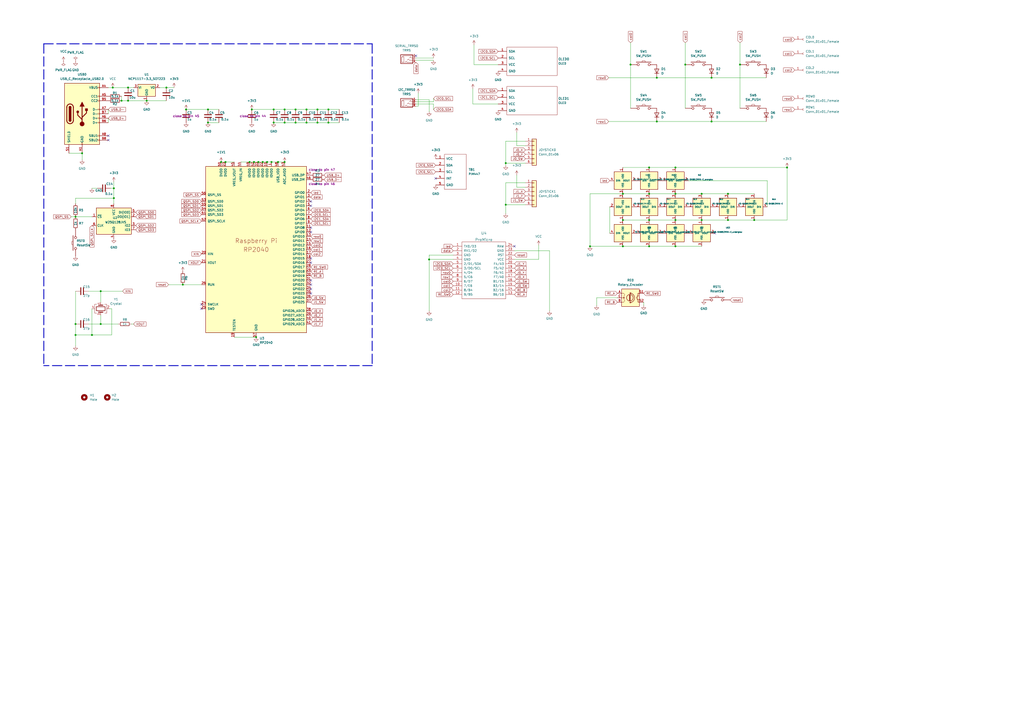
<source format=kicad_sch>
(kicad_sch (version 20211123) (generator eeschema)
  (paper "A2")
  (junction (at 165.1 71.12))
  (junction (at 148.59 195.58))
  (junction (at 376.555 112.395))
  (junction (at 66.04 114.935))
  (junction (at 381 70.485))
  (junction (at 391.795 142.875))
  (junction (at 120.65 71.12))
  (junction (at 391.795 97.155))
  (junction (at 147.32 93.98))
  (junction (at 96.52 50.8))
  (junction (at 106.045 165.1))
  (junction (at 85.09 58.42))
  (junction (at 158.75 71.12))
  (junction (at 158.75 63.5))
  (junction (at 149.86 93.98))
  (junction (at 157.48 93.98))
  (junction (at 144.78 93.98))
  (junction (at 397.51 37.465))
  (junction (at 342.265 142.875))
  (junction (at 407.035 127.635))
  (junction (at 130.81 93.98))
  (junction (at 53.34 194.31))
  (junction (at 190.5 63.5))
  (junction (at 376.555 142.875))
  (junction (at 248.92 150.495))
  (junction (at 58.42 187.96))
  (junction (at 120.65 63.5))
  (junction (at 422.275 112.395))
  (junction (at 128.27 93.98))
  (junction (at 361.315 112.395))
  (junction (at 165.1 93.98))
  (junction (at 376.555 127.635))
  (junction (at 177.8 63.5))
  (junction (at 184.15 71.12))
  (junction (at 361.315 142.875))
  (junction (at 74.295 58.42))
  (junction (at 184.15 63.5))
  (junction (at 190.5 71.12))
  (junction (at 293.37 118.745))
  (junction (at 154.94 93.98))
  (junction (at 293.37 94.615))
  (junction (at 381 45.085))
  (junction (at 361.315 127.635))
  (junction (at 70.485 58.42))
  (junction (at 376.555 97.155))
  (junction (at 74.295 50.8))
  (junction (at 456.565 97.155))
  (junction (at 412.75 45.085))
  (junction (at 165.1 63.5))
  (junction (at 171.45 71.12))
  (junction (at 177.8 71.12))
  (junction (at 391.795 127.635))
  (junction (at 365.76 37.465))
  (junction (at 65.405 50.8))
  (junction (at 43.815 125.73))
  (junction (at 47.625 88.9))
  (junction (at 437.515 127.635))
  (junction (at 146.05 63.5))
  (junction (at 43.815 187.96))
  (junction (at 152.4 93.98))
  (junction (at 66.04 109.22))
  (junction (at 58.42 168.91))
  (junction (at 391.795 112.395))
  (junction (at 107.95 63.5))
  (junction (at 407.035 112.395))
  (junction (at 171.45 63.5))
  (junction (at 43.815 194.31))
  (junction (at 429.26 37.465))
  (junction (at 161.29 93.98))
  (junction (at 422.275 127.635))
  (junction (at 412.75 70.485))
  (no_connect (at 116.84 176.53))
  (no_connect (at 116.84 179.07))
  (no_connect (at 252.73 103.505))
  (no_connect (at 180.34 162.56))
  (no_connect (at 180.34 170.18))
  (no_connect (at 180.34 167.64))
  (no_connect (at 180.34 165.1))
  (no_connect (at 62.865 78.74))
  (no_connect (at 62.865 81.28))
  (no_connect (at 298.45 142.875))
  (no_connect (at 180.34 134.62))
  (no_connect (at 180.34 132.08))
  (no_connect (at 180.34 116.84))
  (no_connect (at 180.34 119.38))
  (no_connect (at 414.655 135.255))
  (no_connect (at 180.34 149.86))
  (no_connect (at 180.34 152.4))
  (no_connect (at 241.3 32.385))
  (wire (pts (xy 139.7 93.98) (xy 144.78 93.98)))
  (wire (pts (xy 407.035 127.635) (xy 422.275 127.635)))
  (wire (pts (xy 149.86 93.98) (xy 152.4 93.98)))
  (wire (pts (xy 58.42 168.91) (xy 71.12 168.91)))
  (wire (pts (xy 293.37 94.615) (xy 304.8 94.615)))
  (wire (pts (xy 456.565 127.635) (xy 456.565 97.155)))
  (wire (pts (xy 53.34 179.07) (xy 53.34 194.31)))
  (wire (pts (xy 412.75 45.085) (xy 444.5 45.085)))
  (polyline (pts (xy 25.4 25.4) (xy 25.4 212.09)) (stroke (width 0.5)))
  (wire (pts (xy 445.135 104.775) (xy 445.135 120.015)))
  (wire (pts (xy 70.485 55.88) (xy 70.485 58.42)))
  (polyline (pts (xy 25.4 25.4) (xy 215.9 25.4)) (stroke (width 0.5)))
  (polyline (pts (xy 215.9 25.4) (xy 215.9 212.09)) (stroke (width 0.5)))
  (wire (pts (xy 381 70.485) (xy 412.75 70.485)))
  (wire (pts (xy 288.925 37.465) (xy 274.955 37.465)))
  (wire (pts (xy 429.26 24.765) (xy 429.26 37.465)))
  (wire (pts (xy 251.46 59.055) (xy 251.46 57.15)))
  (wire (pts (xy 40.005 88.9) (xy 47.625 88.9)))
  (wire (pts (xy 299.72 84.455) (xy 299.72 76.835)))
  (wire (pts (xy 274.955 37.465) (xy 274.955 26.035)))
  (wire (pts (xy 64.77 179.07) (xy 64.77 194.31)))
  (wire (pts (xy 53.34 109.22) (xy 56.515 109.22)))
  (wire (pts (xy 437.515 112.395) (xy 422.275 112.395)))
  (wire (pts (xy 391.795 127.635) (xy 407.035 127.635)))
  (wire (pts (xy 365.76 37.465) (xy 365.76 62.865)))
  (wire (pts (xy 304.8 108.585) (xy 299.72 108.585)))
  (wire (pts (xy 346.075 172.72) (xy 346.075 177.165)))
  (wire (pts (xy 161.29 93.98) (xy 165.1 93.98)))
  (wire (pts (xy 120.65 63.5) (xy 127 63.5)))
  (wire (pts (xy 293.37 118.745) (xy 304.8 118.745)))
  (wire (pts (xy 298.45 150.495) (xy 312.42 150.495)))
  (wire (pts (xy 412.75 70.485) (xy 444.5 70.485)))
  (wire (pts (xy 107.95 63.5) (xy 120.65 63.5)))
  (wire (pts (xy 97.79 165.1) (xy 106.045 165.1)))
  (wire (pts (xy 64.135 109.22) (xy 66.04 109.22)))
  (wire (pts (xy 353.06 70.485) (xy 381 70.485)))
  (wire (pts (xy 288.925 60.325) (xy 274.32 60.325)))
  (wire (pts (xy 437.515 127.635) (xy 456.565 127.635)))
  (wire (pts (xy 43.815 125.73) (xy 41.275 125.73)))
  (wire (pts (xy 146.05 63.5) (xy 158.75 63.5)))
  (wire (pts (xy 154.94 93.98) (xy 157.48 93.98)))
  (wire (pts (xy 248.92 150.495) (xy 248.92 180.34)))
  (wire (pts (xy 165.1 63.5) (xy 171.45 63.5)))
  (wire (pts (xy 92.71 50.8) (xy 96.52 50.8)))
  (wire (pts (xy 376.555 127.635) (xy 391.795 127.635)))
  (wire (pts (xy 248.92 147.955) (xy 248.92 150.495)))
  (wire (pts (xy 373.38 177.165) (xy 373.38 175.26)))
  (wire (pts (xy 397.51 37.465) (xy 397.51 62.865)))
  (wire (pts (xy 66.04 105.41) (xy 66.04 109.22)))
  (wire (pts (xy 43.815 168.91) (xy 43.815 187.96)))
  (wire (pts (xy 391.795 112.395) (xy 376.555 112.395)))
  (wire (pts (xy 248.92 57.785) (xy 248.92 64.77)))
  (wire (pts (xy 190.5 63.5) (xy 196.85 63.5)))
  (wire (pts (xy 358.14 172.72) (xy 346.075 172.72)))
  (wire (pts (xy 58.42 175.26) (xy 58.42 168.91)))
  (wire (pts (xy 318.77 145.415) (xy 318.77 180.34)))
  (wire (pts (xy 304.8 81.915) (xy 293.37 81.915)))
  (wire (pts (xy 376.555 112.395) (xy 361.315 112.395)))
  (wire (pts (xy 241.3 33.655) (xy 251.46 33.655)))
  (wire (pts (xy 62.865 68.58) (xy 62.865 71.12)))
  (wire (pts (xy 241.3 59.055) (xy 251.46 59.055)))
  (wire (pts (xy 96.52 50.8) (xy 100.965 50.8)))
  (wire (pts (xy 251.46 60.325) (xy 251.46 63.5)))
  (wire (pts (xy 74.295 50.8) (xy 77.47 50.8)))
  (wire (pts (xy 43.815 114.935) (xy 66.04 114.935)))
  (wire (pts (xy 241.3 57.785) (xy 248.92 57.785)))
  (wire (pts (xy 165.1 71.12) (xy 171.45 71.12)))
  (wire (pts (xy 51.435 187.96) (xy 58.42 187.96)))
  (wire (pts (xy 361.315 142.875) (xy 376.555 142.875)))
  (wire (pts (xy 376.555 97.155) (xy 391.795 97.155)))
  (wire (pts (xy 130.81 93.98) (xy 135.89 93.98)))
  (wire (pts (xy 128.27 93.98) (xy 130.81 93.98)))
  (wire (pts (xy 342.265 112.395) (xy 342.265 142.875)))
  (wire (pts (xy 262.89 147.955) (xy 248.92 147.955)))
  (wire (pts (xy 342.265 142.875) (xy 361.315 142.875)))
  (wire (pts (xy 157.48 93.98) (xy 161.29 93.98)))
  (wire (pts (xy 312.42 142.24) (xy 312.42 150.495)))
  (wire (pts (xy 43.815 187.96) (xy 43.815 194.31)))
  (wire (pts (xy 47.625 92.71) (xy 47.625 88.9)))
  (wire (pts (xy 53.34 194.31) (xy 64.77 194.31)))
  (wire (pts (xy 304.8 106.045) (xy 293.37 106.045)))
  (wire (pts (xy 241.3 61.595) (xy 242.57 61.595)))
  (wire (pts (xy 391.795 142.875) (xy 407.035 142.875)))
  (wire (pts (xy 304.8 84.455) (xy 299.72 84.455)))
  (wire (pts (xy 242.57 61.595) (xy 242.57 53.975)))
  (wire (pts (xy 365.76 24.765) (xy 365.76 37.465)))
  (wire (pts (xy 58.42 187.96) (xy 58.42 182.88)))
  (wire (pts (xy 158.75 71.12) (xy 165.1 71.12)))
  (wire (pts (xy 74.295 50.8) (xy 65.405 50.8)))
  (wire (pts (xy 293.37 118.745) (xy 293.37 123.825)))
  (wire (pts (xy 177.8 63.5) (xy 184.15 63.5)))
  (wire (pts (xy 76.2 187.96) (xy 77.47 187.96)))
  (wire (pts (xy 299.72 108.585) (xy 299.72 101.6)))
  (wire (pts (xy 74.295 58.42) (xy 85.09 58.42)))
  (wire (pts (xy 353.695 120.015) (xy 353.695 135.255)))
  (wire (pts (xy 422.275 127.635) (xy 437.515 127.635)))
  (wire (pts (xy 177.8 71.12) (xy 184.15 71.12)))
  (wire (pts (xy 361.315 127.635) (xy 376.555 127.635)))
  (wire (pts (xy 43.815 125.73) (xy 53.34 125.73)))
  (wire (pts (xy 70.485 58.42) (xy 74.295 58.42)))
  (wire (pts (xy 171.45 71.12) (xy 177.8 71.12)))
  (wire (pts (xy 66.04 109.22) (xy 66.04 114.935)))
  (wire (pts (xy 65.405 50.8) (xy 62.865 50.8)))
  (wire (pts (xy 399.415 104.775) (xy 445.135 104.775)))
  (polyline (pts (xy 215.9 212.09) (xy 25.4 212.09)) (stroke (width 0.5)))
  (wire (pts (xy 298.45 145.415) (xy 318.77 145.415)))
  (wire (pts (xy 248.92 150.495) (xy 262.89 150.495)))
  (wire (pts (xy 171.45 63.5) (xy 177.8 63.5)))
  (wire (pts (xy 422.275 112.395) (xy 407.035 112.395)))
  (wire (pts (xy 144.78 93.98) (xy 147.32 93.98)))
  (wire (pts (xy 58.42 187.96) (xy 68.58 187.96)))
  (wire (pts (xy 135.89 195.58) (xy 148.59 195.58)))
  (wire (pts (xy 66.04 114.935) (xy 66.04 118.11)))
  (wire (pts (xy 376.555 142.875) (xy 391.795 142.875)))
  (wire (pts (xy 106.045 165.1) (xy 116.84 165.1)))
  (wire (pts (xy 361.315 112.395) (xy 342.265 112.395)))
  (wire (pts (xy 190.5 71.12) (xy 196.85 71.12)))
  (wire (pts (xy 158.75 63.5) (xy 165.1 63.5)))
  (wire (pts (xy 241.3 60.325) (xy 251.46 60.325)))
  (wire (pts (xy 43.815 114.935) (xy 43.815 118.11)))
  (wire (pts (xy 63.5 179.07) (xy 64.77 179.07)))
  (wire (pts (xy 407.035 112.395) (xy 391.795 112.395)))
  (wire (pts (xy 293.37 81.915) (xy 293.37 94.615)))
  (wire (pts (xy 361.315 97.155) (xy 376.555 97.155)))
  (wire (pts (xy 152.4 93.98) (xy 154.94 93.98)))
  (wire (pts (xy 120.65 71.12) (xy 127 71.12)))
  (wire (pts (xy 85.09 58.42) (xy 96.52 58.42)))
  (wire (pts (xy 391.795 97.155) (xy 456.565 97.155)))
  (wire (pts (xy 43.815 194.31) (xy 53.34 194.31)))
  (wire (pts (xy 381 45.085) (xy 412.75 45.085)))
  (wire (pts (xy 353.06 45.085) (xy 381 45.085)))
  (wire (pts (xy 184.15 71.12) (xy 190.5 71.12)))
  (wire (pts (xy 397.51 24.765) (xy 397.51 37.465)))
  (wire (pts (xy 62.865 63.5) (xy 62.865 66.04)))
  (wire (pts (xy 293.37 106.045) (xy 293.37 118.745)))
  (wire (pts (xy 184.15 63.5) (xy 190.5 63.5)))
  (wire (pts (xy 429.26 37.465) (xy 429.26 62.865)))
  (wire (pts (xy 43.815 194.31) (xy 43.815 200.66)))
  (wire (pts (xy 274.32 60.325) (xy 274.32 51.435)))
  (wire (pts (xy 51.435 168.91) (xy 58.42 168.91)))
  (wire (pts (xy 241.3 34.925) (xy 251.46 34.925)))
  (wire (pts (xy 147.32 93.98) (xy 149.86 93.98)))
  (wire (pts (xy 293.37 94.615) (xy 293.37 95.885)))
  (global_label "I2C0_SDA" (shape input) (at 252.73 95.885 180) (property "シート間のリファレンス" "${INTERSHEET_REFS}" (effects hide)))
  (global_label "I2C0_SCL" (shape input) (at 262.89 155.575 180) (property "シート間のリファレンス" "${INTERSHEET_REFS}" (effects hide)))
  (global_label "J0_Y" (shape input) (at 180.34 182.88 0) (property "シート間のリファレンス" "${INTERSHEET_REFS}" (effects hide)))
  (global_label "QSPI_SCLK" (shape input) (at 53.34 130.81 270) (property "シート間のリファレンス" "${INTERSHEET_REFS}" (effects hide)))
  (global_label "I2C0_SDA" (shape input) (at 288.925 29.845 180) (property "シート間のリファレンス" "${INTERSHEET_REFS}" (effects hide)))
  (global_label "led" (shape input) (at 262.89 142.875 180) (property "シート間のリファレンス" "${INTERSHEET_REFS}" (effects hide)))
  (global_label "col0" (shape input) (at 461.01 22.86 180) (property "シート間のリファレンス" "${INTERSHEET_REFS}" (effects hide)))
  (global_label "QSPI_SD2" (shape input) (at 116.84 121.92 180) (property "シート間のリファレンス" "${INTERSHEET_REFS}" (effects hide)))
  (global_label "col0" (shape input) (at 262.89 163.195 180) (property "シート間のリファレンス" "${INTERSHEET_REFS}" (effects hide)))
  (global_label "QSPI_SD1" (shape input) (at 116.84 119.38 180) (property "シート間のリファレンス" "${INTERSHEET_REFS}" (effects hide)))
  (global_label "reset" (shape input) (at 97.79 165.1 180) (property "シート間のリファレンス" "${INTERSHEET_REFS}" (effects hide)))
  (global_label "RE_A" (shape input) (at 298.45 170.815 0) (property "シート間のリファレンス" "${INTERSHEET_REFS}" (effects hide)))
  (global_label "col1" (shape input) (at 397.51 24.765 90) (property "シート間のリファレンス" "${INTERSHEET_REFS}" (effects hide)))
  (global_label "I2C1_SCL" (shape input) (at 288.925 56.515 180) (property "シート間のリファレンス" "${INTERSHEET_REFS}" (effects hide)))
  (global_label "I2C1_SDA" (shape input) (at 180.34 127 0) (property "シート間のリファレンス" "${INTERSHEET_REFS}" (effects hide)))
  (global_label "col2" (shape input) (at 262.89 168.275 180) (property "シート間のリファレンス" "${INTERSHEET_REFS}" (effects hide)))
  (global_label "col0" (shape input) (at 180.34 142.24 0) (property "シート間のリファレンス" "${INTERSHEET_REFS}" (effects hide)))
  (global_label "XIN" (shape input) (at 116.84 147.32 180) (property "シート間のリファレンス" "${INTERSHEET_REFS}" (effects hide)))
  (global_label "I2C0_SDA" (shape input) (at 262.89 153.035 180) (property "シート間のリファレンス" "${INTERSHEET_REFS}" (effects hide)))
  (global_label "I2C0_SDA" (shape input) (at 251.46 63.5 0) (property "シート間のリファレンス" "${INTERSHEET_REFS}" (effects hide)))
  (global_label "data" (shape input) (at 180.34 114.3 0) (property "シート間のリファレンス" "${INTERSHEET_REFS}" (effects hide)))
  (global_label "row0" (shape input) (at 180.34 137.16 0) (property "シート間のリファレンス" "${INTERSHEET_REFS}" (effects hide)))
  (global_label "QSPI_SD0" (shape input) (at 116.84 116.84 180) (property "シート間のリファレンス" "${INTERSHEET_REFS}" (effects hide)))
  (global_label "USB_D-" (shape input) (at 187.96 104.14 0) (property "シート間のリファレンス" "${INTERSHEET_REFS}" (effects hide)))
  (global_label "J1_SW" (shape input) (at 180.34 175.26 0) (property "シート間のリファレンス" "${INTERSHEET_REFS}" (effects hide)))
  (global_label "I2C0_SCL" (shape input) (at 180.34 124.46 0) (property "シート間のリファレンス" "${INTERSHEET_REFS}" (effects hide)))
  (global_label "reset" (shape input) (at 298.45 147.955 0) (property "シート間のリファレンス" "${INTERSHEET_REFS}" (effects hide)))
  (global_label "USB_D+" (shape input) (at 62.865 68.58 0) (property "シート間のリファレンス" "${INTERSHEET_REFS}" (effects hide)))
  (global_label "QSPI_SD1" (shape input) (at 78.74 125.73 0) (property "シート間のリファレンス" "${INTERSHEET_REFS}" (effects hide)))
  (global_label "J0_SW" (shape input) (at 304.8 92.075 180) (property "シート間のリファレンス" "${INTERSHEET_REFS}" (effects hide)))
  (global_label "row0" (shape input) (at 461.01 57.15 180) (property "シート間のリファレンス" "${INTERSHEET_REFS}" (effects hide)))
  (global_label "RE_SW0" (shape input) (at 180.34 154.94 0) (property "シート間のリファレンス" "${INTERSHEET_REFS}" (effects hide)))
  (global_label "RE_SW0" (shape input) (at 373.38 170.18 0) (property "シート間のリファレンス" "${INTERSHEET_REFS}" (effects hide)))
  (global_label "I2C1_SCL" (shape input) (at 180.34 129.54 0) (property "シート間のリファレンス" "${INTERSHEET_REFS}" (effects hide)))
  (global_label "J1_Y" (shape input) (at 298.45 153.035 0) (property "シート間のリファレンス" "${INTERSHEET_REFS}" (effects hide)))
  (global_label "J0_Y" (shape input) (at 304.8 89.535 180) (property "シート間のリファレンス" "${INTERSHEET_REFS}" (effects hide)))
  (global_label "col1" (shape input) (at 180.34 144.78 0) (property "シート間のリファレンス" "${INTERSHEET_REFS}" (effects hide)))
  (global_label "I2C0_SDA" (shape input) (at 180.34 121.92 0) (property "シート間のリファレンス" "${INTERSHEET_REFS}" (effects hide)))
  (global_label "col2" (shape input) (at 461.01 40.64 180) (property "シート間のリファレンス" "${INTERSHEET_REFS}" (effects hide)))
  (global_label "QSPI_SD3" (shape input) (at 116.84 124.46 180) (property "シート間のリファレンス" "${INTERSHEET_REFS}" (effects hide)))
  (global_label "J0_X" (shape input) (at 304.8 86.995 180) (property "シート間のリファレンス" "${INTERSHEET_REFS}" (effects hide)))
  (global_label "row1" (shape input) (at 262.89 160.655 180) (property "シート間のリファレンス" "${INTERSHEET_REFS}" (effects hide)))
  (global_label "J1_SW" (shape input) (at 298.45 163.195 0) (property "シート間のリファレンス" "${INTERSHEET_REFS}" (effects hide)))
  (global_label "RE_A" (shape input) (at 358.14 170.18 180) (property "シート間のリファレンス" "${INTERSHEET_REFS}" (effects hide)))
  (global_label "XOUT" (shape input) (at 77.47 187.96 0) (property "シート間のリファレンス" "${INTERSHEET_REFS}" (effects hide)))
  (global_label "col0" (shape input) (at 365.76 24.765 90) (property "シート間のリファレンス" "${INTERSHEET_REFS}" (effects hide)))
  (global_label "I2C1_SDA" (shape input) (at 288.925 52.705 180) (property "シート間のリファレンス" "${INTERSHEET_REFS}" (effects hide)))
  (global_label "J0_Y" (shape input) (at 298.45 158.115 0) (property "シート間のリファレンス" "${INTERSHEET_REFS}" (effects hide)))
  (global_label "RE_A" (shape input) (at 180.34 157.48 0) (property "シート間のリファレンス" "${INTERSHEET_REFS}" (effects hide)))
  (global_label "USB_D+" (shape input) (at 187.96 101.6 0) (property "シート間のリファレンス" "${INTERSHEET_REFS}" (effects hide)))
  (global_label "col2" (shape input) (at 429.26 24.765 90) (property "シート間のリファレンス" "${INTERSHEET_REFS}" (effects hide)))
  (global_label "J0_X" (shape input) (at 298.45 160.655 0) (property "シート間のリファレンス" "${INTERSHEET_REFS}" (effects hide)))
  (global_label "row0" (shape input) (at 262.89 158.115 180) (property "シート間のリファレンス" "${INTERSHEET_REFS}" (effects hide)))
  (global_label "XOUT" (shape input) (at 116.84 152.4 180) (property "シート間のリファレンス" "${INTERSHEET_REFS}" (effects hide)))
  (global_label "J1_Y" (shape input) (at 304.8 113.665 180) (property "シート間のリファレンス" "${INTERSHEET_REFS}" (effects hide)))
  (global_label "J1_SW" (shape input) (at 304.8 116.205 180) (property "シート間のリファレンス" "${INTERSHEET_REFS}" (effects hide)))
  (global_label "RE_SW0" (shape input) (at 262.89 170.815 180) (property "シート間のリファレンス" "${INTERSHEET_REFS}" (effects hide)))
  (global_label "col1" (shape input) (at 461.01 31.115 180) (property "シート間のリファレンス" "${INTERSHEET_REFS}" (effects hide)))
  (global_label "QSPI_SD2" (shape input) (at 78.74 130.81 0) (property "シート間のリファレンス" "${INTERSHEET_REFS}" (effects hide)))
  (global_label "J1_X" (shape input) (at 304.8 111.125 180) (property "シート間のリファレンス" "${INTERSHEET_REFS}" (effects hide)))
  (global_label "I2C0_SCL" (shape input) (at 251.46 57.15 0) (property "シート間のリファレンス" "${INTERSHEET_REFS}" (effects hide)))
  (global_label "QSPI_SS" (shape input) (at 41.275 125.73 180) (property "シート間のリファレンス" "${INTERSHEET_REFS}" (effects hide)))
  (global_label "J0_SW" (shape input) (at 298.45 165.735 0) (property "シート間のリファレンス" "${INTERSHEET_REFS}" (effects hide)))
  (global_label "RE_B" (shape input) (at 180.34 160.02 0) (property "シート間のリファレンス" "${INTERSHEET_REFS}" (effects hide)))
  (global_label "col2" (shape input) (at 180.34 147.32 0) (property "シート間のリファレンス" "${INTERSHEET_REFS}" (effects hide)))
  (global_label "QSPI_SS" (shape input) (at 116.84 113.03 180) (property "シート間のリファレンス" "${INTERSHEET_REFS}" (effects hide)))
  (global_label "led" (shape input) (at 353.695 104.775 180) (property "シート間のリファレンス" "${INTERSHEET_REFS}" (effects hide)))
  (global_label "QSPI_SD0" (shape input) (at 78.74 123.19 0) (property "シート間のリファレンス" "${INTERSHEET_REFS}" (effects hide)))
  (global_label "J1_Y" (shape input) (at 180.34 187.96 0) (property "シート間のリファレンス" "${INTERSHEET_REFS}" (effects hide)))
  (global_label "data" (shape input) (at 262.89 145.415 180) (property "シート間のリファレンス" "${INTERSHEET_REFS}" (effects hide)))
  (global_label "RE_B" (shape input) (at 358.14 175.26 180) (property "シート間のリファレンス" "${INTERSHEET_REFS}" (effects hide)))
  (global_label "XIN" (shape input) (at 71.12 168.91 0) (property "シート間のリファレンス" "${INTERSHEET_REFS}" (effects hide)))
  (global_label "row1" (shape input) (at 180.34 139.7 0) (property "シート間のリファレンス" "${INTERSHEET_REFS}" (effects hide)))
  (global_label "col1" (shape input) (at 262.89 165.735 180) (property "シート間のリファレンス" "${INTERSHEET_REFS}" (effects hide)))
  (global_label "J0_SW" (shape input) (at 180.34 172.72 0) (property "シート間のリファレンス" "${INTERSHEET_REFS}" (effects hide)))
  (global_label "J0_X" (shape input) (at 180.34 180.34 0) (property "シート間のリファレンス" "${INTERSHEET_REFS}" (effects hide)))
  (global_label "I2C0_SCL" (shape input) (at 288.925 33.655 180) (property "シート間のリファレンス" "${INTERSHEET_REFS}" (effects hide)))
  (global_label "row1" (shape input) (at 461.01 63.5 180) (property "シート間のリファレンス" "${INTERSHEET_REFS}" (effects hide)))
  (global_label "QSPI_SCLK" (shape input) (at 116.84 128.27 180) (property "シート間のリファレンス" "${INTERSHEET_REFS}" (effects hide)))
  (global_label "row1" (shape input) (at 353.06 70.485 180) (property "シート間のリファレンス" "${INTERSHEET_REFS}" (effects hide)))
  (global_label "led" (shape input) (at 180.34 111.76 0) (property "シート間のリファレンス" "${INTERSHEET_REFS}" (effects hide)))
  (global_label "I2C0_SCL" (shape input) (at 252.73 99.695 180) (property "シート間のリファレンス" "${INTERSHEET_REFS}" (effects hide)))
  (global_label "reset" (shape input) (at 423.545 173.99 0) (property "シート間のリファレンス" "${INTERSHEET_REFS}" (effects hide)))
  (global_label "RE_B" (shape input) (at 298.45 168.275 0) (property "シート間のリファレンス" "${INTERSHEET_REFS}" (effects hide)))
  (global_label "J1_X" (shape input) (at 298.45 155.575 0) (property "シート間のリファレンス" "${INTERSHEET_REFS}" (effects hide)))
  (global_label "row0" (shape input) (at 353.06 45.085 180) (property "シート間のリファレンス" "${INTERSHEET_REFS}" (effects hide)))
  (global_label "J1_X" (shape input) (at 180.34 185.42 0) (property "シート間のリファレンス" "${INTERSHEET_REFS}" (effects hide)))
  (global_label "QSPI_SD3" (shape input) (at 78.74 133.35 0) (property "シート間のリファレンス" "${INTERSHEET_REFS}" (effects hide)))
  (global_label "USB_D-" (shape input) (at 62.865 63.5 0) (property "シート間のリファレンス" "${INTERSHEET_REFS}" (effects hide)))
  (global_label "data" (shape input) (at 241.3 36.195 270) (property "シート間のリファレンス" "${INTERSHEET_REFS}" (effects hide)))
  (symbol (lib_id "_kbdth:D") (at 444.5 41.275 90) (unit 1)
    (property "Reference" "D3" (at 447.04 40.0049 90) (effects (justify right)))
    (property "Value" "D" (at 447.04 42.5449 90) (effects (justify right)))
    (property "Footprint" "_kbdth:Diode_SMD" (effects hide))
  )
  (symbol (lib_id "power:+3V3") (at 456.565 97.155 0) (unit 1)
    (property "Reference" "#PWR0116" (effects hide))
    (property "Value" "+3V3" (at 456.565 92.075 0))
  )
  (symbol (lib_id "power:+3V3") (at 299.72 101.6 0) (unit 1)
    (property "Reference" "#PWR0118" (effects hide))
    (property "Value" "+3V3" (at 299.72 95.885 0))
  )
  (symbol (lib_id "power:+3V3") (at 66.04 105.41 0) (unit 1)
    (property "Reference" "#PWR0101" (effects hide))
    (property "Value" "+3V3" (at 66.04 100.33 0))
  )
  (symbol (lib_id "_kbdth:GND") (at 248.92 64.77 0) (unit 1)
    (property "Reference" "#PWR0108" (effects hide))
    (property "Value" "GND" (at 248.92 69.85 0))
  )
  (symbol (lib_id "_kbdth:Conn_01x06") (at 309.88 86.995 0) (unit 1)
    (property "Reference" "JOYSTICK0" (at 312.42 86.9949 0) (effects (justify left)))
    (property "Value" "Conn_01x06" (at 312.42 89.5349 0) (effects (justify left)))
    (property "Footprint" "Connector_PinSocket_2.54mm:PinSocket_1x06_P2.54mm_Horizontal" (effects hide))
  )
  (symbol (lib_id "_kbdth:C") (at 60.325 109.22 270) (unit 1)
    (property "Reference" "C14" (at 61.595 106.68 90) (effects (justify left)))
    (property "Value" "0.1u" (at 60.96 112.395 90) (effects (justify left)))
    (property "Footprint" "_kbdth:C_1206_3216_SMD" (effects hide))
  )
  (symbol (lib_id "power:+3V3") (at 252.73 92.075 0) (unit 1)
    (property "Reference" "#PWR0112" (effects hide))
    (property "Value" "+3V3" (at 252.73 86.995 0))
  )
  (symbol (lib_id "_kbdth:R") (at 66.675 58.42 90) (unit 1)
    (property "Reference" "R2" (at 66.675 60.325 90))
    (property "Value" "5.1k" (at 66.675 58.42 90))
    (property "Footprint" "_kbdth:R_1206_3216_SMD" (effects hide))
  )
  (symbol (lib_id "_kbdth:C") (at 190.5 67.31 0) (unit 1)
    (property "Reference" "C12" (at 191.77 65.405 0) (effects (justify left)))
    (property "Value" "0.1u" (at 191.77 69.215 0) (effects (justify left)))
    (property "Footprint" "_kbdth:C_1206_3216_SMD" (effects hide))
  )
  (symbol (lib_id "_kbdth:C") (at 184.15 67.31 0) (unit 1)
    (property "Reference" "C11" (at 185.42 65.405 0) (effects (justify left)))
    (property "Value" "0.1u" (at 185.42 69.215 0) (effects (justify left)))
    (property "Footprint" "_kbdth:C_1206_3216_SMD" (effects hide))
  )
  (symbol (lib_id "power:+1V1") (at 128.27 93.98 0) (unit 1)
    (property "Reference" "#PWR013" (effects hide))
    (property "Value" "+1V1" (at 128.27 88.265 0))
  )
  (symbol (lib_id "_kbdth:YS-SK6812MINI-E_underglow") (at 407.035 135.255 0) (unit 1)
    (property "Reference" "UG3" (at 422.275 132.0406 0) (effects (font (size 0.7366 0.7366))))
    (property "Value" "YS-SK6812MINI-E_underglow" (at 422.275 134.5806 0) (effects (font (size 0.7366 0.7366))))
    (property "Footprint" "_kbdth:YS-SK6812MINI-E_Undergrow" (effects hide))
  )
  (symbol (lib_id "_kbdth:ProMicro") (at 280.67 156.845 0) (unit 1)
    (property "Reference" "U4" (at 280.67 135.255 0) (effects (font (size 1.524 1.524))))
    (property "Value" "ProMicro" (at 280.67 139.065 0) (effects (font (size 1.524 1.524))))
    (property "Footprint" "_kbdth:ProMicro_back_usd" (effects hide))
  )
  (symbol (lib_id "_kbdth:USB_C_Receptacle_USB2.0") (at 47.625 66.04 0) (unit 1)
    (property "Reference" "USB0" (at 47.625 43.18 0))
    (property "Value" "USB_C_Receptacle_USB2.0" (at 47.625 45.72 0))
    (property "Footprint" "_kbdth:USB_C_Receptacle_USB2.0" (effects hide))
    (property "Datasheet" "https://www.usb.org/sites/default/files/documents/usb_type-c.zip" (effects hide))
  )
  (symbol (lib_id "_kbdth:GND") (at 148.59 195.58 0) (unit 1)
    (property "Reference" "#PWR024" (effects hide))
    (property "Value" "GND" (at 148.59 200.025 0))
  )
  (symbol (lib_id "_kbdth:D") (at 381 41.275 90) (unit 1)
    (property "Reference" "D1" (at 383.54 40.0049 90) (effects (justify right)))
    (property "Value" "D" (at 383.54 42.5449 90) (effects (justify right)))
    (property "Footprint" "_kbdth:Diode_SMD" (effects hide))
  )
  (symbol (lib_id "_kbdth:GND") (at 342.265 142.875 0) (unit 1)
    (property "Reference" "#PWR016" (effects hide))
    (property "Value" "GND" (at 342.265 147.955 0))
  )
  (symbol (lib_id "_kbdth:YS-SK6812MINI-E_underglow") (at 361.315 135.255 0) (unit 1)
    (property "Reference" "UG0" (at 376.555 132.0406 0) (effects (font (size 0.7366 0.7366))))
    (property "Value" "YS-SK6812MINI-E_underglow" (at 376.555 134.5806 0) (effects (font (size 0.7366 0.7366))))
    (property "Footprint" "_kbdth:YS-SK6812MINI-E_Undergrow" (effects hide))
  )
  (symbol (lib_id "power:+3V3") (at 106.045 157.48 0) (unit 1)
    (property "Reference" "#PWR023" (effects hide))
    (property "Value" "+3V3" (at 106.045 152.4 0))
  )
  (symbol (lib_id "power:+3V3") (at 146.05 63.5 0) (unit 1)
    (property "Reference" "#PWR0103" (effects hide))
    (property "Value" "+3V3" (at 146.05 58.42 0))
  )
  (symbol (lib_id "_kbdth:D") (at 412.75 66.675 90) (unit 1)
    (property "Reference" "D5" (at 415.29 65.4049 90) (effects (justify right)))
    (property "Value" "D" (at 415.29 67.9449 90) (effects (justify right)))
    (property "Footprint" "_kbdth:Diode_SMD" (effects hide))
  )
  (symbol (lib_id "_kbdth:Conn_01x01_Female") (at 466.09 31.115 0) (unit 1)
    (property "Reference" "COL1" (at 467.36 29.8449 0) (effects (justify left)))
    (property "Value" "Conn_01x01_Female" (at 467.36 32.3849 0) (effects (justify left)))
    (property "Footprint" "_kbdth:Conn_1.3mm_M2" (effects hide))
  )
  (symbol (lib_id "power:+3V3") (at 242.57 53.975 0) (unit 1)
    (property "Reference" "#PWR0106" (effects hide))
    (property "Value" "+3V3" (at 242.57 48.895 0))
  )
  (symbol (lib_id "power:+1V1") (at 107.95 63.5 0) (unit 1)
    (property "Reference" "#PWR0113" (effects hide))
    (property "Value" "+1V1" (at 107.95 58.42 0))
  )
  (symbol (lib_id "_kbdth:Conn_01x01_Female") (at 466.09 40.64 0) (unit 1)
    (property "Reference" "COL2" (at 467.36 39.3699 0) (effects (justify left)))
    (property "Value" "Conn_01x01_Female" (at 467.36 41.9099 0) (effects (justify left)))
    (property "Footprint" "_kbdth:Conn_1.3mm_M2" (effects hide))
  )
  (symbol (lib_id "_kbdth:PWR_FLAG") (at 36.83 35.56 180) (unit 1)
    (property "Reference" "#FLG01" (effects hide))
    (property "Value" "PWR_FLAG" (at 36.83 40.64 0))
  )
  (symbol (lib_id "Memory_Flash:W25Q128JVS") (at 66.04 128.27 0) (unit 1)
    (property "Reference" "U2" (at 65.405 126.365 0) (effects (justify left)))
    (property "Value" "W25Q128JVS" (at 60.96 128.905 0) (effects (justify left)))
    (property "Footprint" "Package_SO:SOIC-8_5.23x5.23mm_P1.27mm" (effects hide))
    (property "Datasheet" "http://www.winbond.com/resource-files/w25q128jv_dtr%20revc%2003272018%20plus.pdf" (effects hide))
  )
  (symbol (lib_id "_kbdth:YS-SK6812MINI-E") (at 361.315 120.015 180) (unit 1)
    (property "Reference" "BL0" (at 372.745 115.6092 0) (effects (font (size 0.7366 0.7366))))
    (property "Value" "YS-SK6812MINI-E" (at 372.745 118.1492 0) (effects (font (size 0.7366 0.7366))))
    (property "Footprint" "_kbdth:YS-SK6812MINI-E" (effects hide))
  )
  (symbol (lib_id "_kbdth:GND") (at 293.37 123.825 0) (unit 1)
    (property "Reference" "#PWR0117" (effects hide))
    (property "Value" "GND" (at 293.37 128.905 0))
  )
  (symbol (lib_id "_kbdth:C") (at 146.05 67.31 0) (unit 1)
    (property "Reference" "C6" (at 147.32 65.405 0) (effects (justify left)))
    (property "Value" "1u" (at 147.32 69.215 0) (effects (justify left)))
    (property "Footprint" "_kbdth:C_1206_3216_SMD" (effects hide))
    (property "フィールド4" "close to pin 44" (at 146.685 67.31 0))
  )
  (symbol (lib_id "MCU_RaspberryPi_RP2040:RP2040") (at 148.59 144.78 0) (unit 1)
    (property "Reference" "U3" (at 150.6094 196.215 0) (effects (justify left)))
    (property "Value" "RP2040" (at 150.6094 198.755 0) (effects (justify left)))
    (property "Footprint" "RP2040_minimal:RP2040-QFN-56" (effects hide))
  )
  (symbol (lib_id "_kbdth:GND") (at 85.09 58.42 0) (unit 1)
    (property "Reference" "#PWR06" (effects hide))
    (property "Value" "GND" (at 85.09 63.5 0))
  )
  (symbol (lib_id "_kbdth:Conn_01x01_Female") (at 466.09 57.15 0) (unit 1)
    (property "Reference" "ROW0" (at 467.36 55.8799 0) (effects (justify left)))
    (property "Value" "Conn_01x01_Female" (at 467.36 58.4199 0) (effects (justify left)))
    (property "Footprint" "_kbdth:Conn_1.3mm_M2" (effects hide))
  )
  (symbol (lib_id "_kbdth:C") (at 47.625 168.91 90) (unit 1)
    (property "Reference" "C15" (at 50.165 166.37 90))
    (property "Value" "27p" (at 50.165 171.45 90))
    (property "Footprint" "_kbdth:C_1206_3216_SMD" (effects hide))
  )
  (symbol (lib_id "_kbdth:SW_PUSH") (at 405.13 37.465 0) (unit 1)
    (property "Reference" "SW2" (at 405.13 29.845 0))
    (property "Value" "SW_PUSH" (at 405.13 32.385 0))
    (property "Footprint" "_kbdth:MXOnly-1U-Hotswap" (effects hide))
  )
  (symbol (lib_id "_kbdth:GND") (at 47.625 92.71 0) (unit 1)
    (property "Reference" "#PWR09" (effects hide))
    (property "Value" "GND" (at 47.625 97.79 0))
  )
  (symbol (lib_id "_kbdth:YS-SK6812MINI-E") (at 407.035 120.015 180) (unit 1)
    (property "Reference" "BL3" (at 418.465 115.6092 0) (effects (font (size 0.7366 0.7366))))
    (property "Value" "YS-SK6812MINI-E" (at 418.465 118.1492 0) (effects (font (size 0.7366 0.7366))))
    (property "Footprint" "_kbdth:YS-SK6812MINI-E" (effects hide))
  )
  (symbol (lib_id "_kbdth:SW_PUSH") (at 405.13 62.865 0) (unit 1)
    (property "Reference" "SW5" (at 405.13 55.245 0))
    (property "Value" "SW_PUSH" (at 405.13 57.785 0))
    (property "Footprint" "_kbdth:MXOnly-1U-Hotswap" (effects hide))
  )
  (symbol (lib_id "_kbdth:R") (at 184.15 101.6 90) (unit 1)
    (property "Reference" "R3" (at 184.15 99.06 90))
    (property "Value" "27" (at 184.15 101.6 90))
    (property "Footprint" "_kbdth:R_1206_3216_SMD" (effects hide))
    (property "フィールド4" "close to pin 47" (at 186.69 98.425 90))
  )
  (symbol (lib_id "_kbdth:GND") (at 158.75 71.12 0) (unit 1)
    (property "Reference" "#PWR011" (effects hide))
    (property "Value" "GND" (at 158.75 76.2 0))
  )
  (symbol (lib_id "_kbdth:Hole") (at 62.23 230.505 0) (unit 1)
    (property "Reference" "H2" (at 64.77 229.2349 0) (effects (justify left)))
    (property "Value" "Hole" (at 64.77 231.7749 0) (effects (justify left)))
    (property "Footprint" "_kbdth:Hole_2.2mm_M2" (effects hide))
  )
  (symbol (lib_id "_kbdth:R") (at 106.045 161.29 0) (unit 1)
    (property "Reference" "R6" (at 107.95 161.29 90))
    (property "Value" "1k" (at 106.045 161.29 90))
    (property "Footprint" "_kbdth:R_1206_3216_SMD" (effects hide))
  )
  (symbol (lib_id "_kbdth:GND") (at 293.37 95.885 0) (unit 1)
    (property "Reference" "#PWR0111" (effects hide))
    (property "Value" "GND" (at 293.37 100.965 0))
  )
  (symbol (lib_id "_kbdth:YS-SK6812MINI-E_underglow") (at 376.555 135.255 0) (unit 1)
    (property "Reference" "UG1" (at 391.795 132.0406 0) (effects (font (size 0.7366 0.7366))))
    (property "Value" "YS-SK6812MINI-E_underglow" (at 391.795 134.5806 0) (effects (font (size 0.7366 0.7366))))
    (property "Footprint" "_kbdth:YS-SK6812MINI-E_Undergrow" (effects hide))
  )
  (symbol (lib_id "_kbdth:YS-SK6812MINI-E") (at 376.555 120.015 180) (unit 1)
    (property "Reference" "BL1" (at 387.985 115.6092 0) (effects (font (size 0.7366 0.7366))))
    (property "Value" "YS-SK6812MINI-E" (at 387.985 118.1492 0) (effects (font (size 0.7366 0.7366))))
    (property "Footprint" "_kbdth:YS-SK6812MINI-E" (effects hide))
  )
  (symbol (lib_id "_kbdth:D") (at 444.5 66.675 90) (unit 1)
    (property "Reference" "D6" (at 447.04 65.4049 90) (effects (justify right)))
    (property "Value" "D" (at 447.04 67.9449 90) (effects (justify right)))
    (property "Footprint" "_kbdth:Diode_SMD" (effects hide))
  )
  (symbol (lib_id "_kbdth:Conn_01x01_Female") (at 466.09 22.86 0) (unit 1)
    (property "Reference" "COL0" (at 467.36 21.5899 0) (effects (justify left)))
    (property "Value" "Conn_01x01_Female" (at 467.36 24.1299 0) (effects (justify left)))
    (property "Footprint" "_kbdth:Conn_1.3mm_M2" (effects hide))
  )
  (symbol (lib_id "_kbdth:Rotary_Encoder") (at 365.76 172.72 0) (unit 1)
    (property "Reference" "RE0" (at 365.76 162.56 0))
    (property "Value" "Rotary_Encoder" (at 365.76 165.1 0))
    (property "Footprint" "_kbdth:RotaryEncoder" (effects hide))
  )
  (symbol (lib_id "_kbdth:GND") (at 318.77 180.34 0) (unit 1)
    (property "Reference" "#PWR021" (effects hide))
    (property "Value" "GND" (at 318.77 184.785 0))
  )
  (symbol (lib_id "power:+3V3") (at 251.46 33.655 0) (unit 1)
    (property "Reference" "#PWR0109" (effects hide))
    (property "Value" "+3V3" (at 251.46 28.575 0))
  )
  (symbol (lib_id "_kbdth:GND") (at 120.65 71.12 0) (unit 1)
    (property "Reference" "#PWR08" (effects hide))
    (property "Value" "GND" (at 120.65 76.2 0))
  )
  (symbol (lib_id "_kbdth:Conn_01x06") (at 309.88 111.125 0) (unit 1)
    (property "Reference" "JOYSTICK1" (at 312.42 111.1249 0) (effects (justify left)))
    (property "Value" "Conn_01x06" (at 312.42 113.6649 0) (effects (justify left)))
    (property "Footprint" "_kbdth:PinHeader_1x06_P2.54mm_Vertical" (effects hide))
  )
  (symbol (lib_id "power:+3V3") (at 274.955 26.035 0) (unit 1)
    (property "Reference" "#PWR0105" (effects hide))
    (property "Value" "+3V3" (at 274.955 20.955 0))
  )
  (symbol (lib_id "_kbdth:R") (at 72.39 187.96 90) (unit 1)
    (property "Reference" "R8" (at 72.39 185.42 90))
    (property "Value" "1k" (at 72.39 187.96 90))
    (property "Footprint" "_kbdth:R_1206_3216_SMD" (effects hide))
  )
  (symbol (lib_id "_kbdth:GND") (at 43.815 200.66 0) (unit 1)
    (property "Reference" "#PWR022" (effects hide))
    (property "Value" "GND" (at 43.815 205.74 0))
  )
  (symbol (lib_id "takashicompany:PIM447") (at 257.81 99.695 270) (unit 1)
    (property "Reference" "TB1" (at 271.78 98.425 90) (effects (font (size 1.2954 1.2954)) (justify left)))
    (property "Value" "PIM447" (at 271.78 100.965 90) (effects (font (size 1.1938 1.1938)) (justify left)))
    (property "Footprint" "takashicompany:PIM447" (effects hide))
  )
  (symbol (lib_id "_kbdth:GND") (at 248.92 180.34 0) (unit 1)
    (property "Reference" "#PWR020" (effects hide))
    (property "Value" "GND" (at 248.92 185.42 0))
  )
  (symbol (lib_id "_kbdth:GND") (at 346.075 177.165 0) (unit 1)
    (property "Reference" "#PWR03" (effects hide))
    (property "Value" "GND" (at 346.075 182.245 0))
  )
  (symbol (lib_id "_kbdth:ResetSW") (at 415.925 173.99 0) (unit 1)
    (property "Reference" "RST1" (at 415.925 166.37 0))
    (property "Value" "ResetSW" (at 415.925 168.91 0))
    (property "Footprint" "_kbdth:ResetSW" (effects hide))
  )
  (symbol (lib_id "_kbdth:Hole") (at 48.895 230.505 0) (unit 1)
    (property "Reference" "H1" (at 52.07 229.2349 0) (effects (justify left)))
    (property "Value" "Hole" (at 52.07 231.7749 0) (effects (justify left)))
    (property "Footprint" "_kbdth:Hole_2.2mm_M2" (effects hide))
  )
  (symbol (lib_id "_kbdth:YS-SK6812MINI-E_overglow") (at 361.315 104.775 0) (unit 1)
    (property "Reference" "IN0" (at 375.285 101.5606 0) (effects (font (size 0.7366 0.7366))))
    (property "Value" "YS-SK6812MINI-E_overglow" (at 375.285 104.1006 0) (effects (font (size 0.7366 0.7366))))
    (property "Footprint" "_kbdth:YS-SK6812MINI-E" (effects hide))
  )
  (symbol (lib_id "_kbdth:GND") (at 288.925 41.275 0) (unit 1)
    (property "Reference" "#PWR0102" (effects hide))
    (property "Value" "GND" (at 288.925 46.355 0))
  )
  (symbol (lib_id "_kbdth:R") (at 43.815 129.54 0) (unit 1)
    (property "Reference" "R7" (at 45.72 129.54 0) (effects (justify left)))
    (property "Value" "1k" (at 43.815 130.81 90) (effects (justify left)))
    (property "Footprint" "_kbdth:R_1206_3216_SMD" (effects hide))
  )
  (symbol (lib_id "Regulator_Linear:NCP1117-3.3_SOT223") (at 85.09 50.8 0) (unit 1)
    (property "Reference" "U1" (at 85.09 43.18 0))
    (property "Value" "NCP1117-3.3_SOT223" (at 85.09 45.72 0))
    (property "Footprint" "Package_TO_SOT_SMD:SOT-223-3_TabPin2" (effects hide))
    (property "Datasheet" "http://www.onsemi.com/pub_link/Collateral/NCP1117-D.PDF" (effects hide))
  )
  (symbol (lib_id "_kbdth:OLED") (at 307.975 36.195 0) (unit 1)
    (property "Reference" "OLED0" (at 323.85 34.29 0) (effects (font (size 1.2954 1.2954)) (justify left)))
    (property "Value" "OLED" (at 323.85 36.83 0) (effects (font (size 1.1938 1.1938)) (justify left)))
    (property "Footprint" "_kbdth:OLED" (effects hide))
  )
  (symbol (lib_id "_kbdth:Conn_01x01_Female") (at 466.09 63.5 0) (unit 1)
    (property "Reference" "ROW1" (at 467.36 62.2299 0) (effects (justify left)))
    (property "Value" "Conn_01x01_Female" (at 467.36 64.7699 0) (effects (justify left)))
    (property "Footprint" "_kbdth:Conn_1.3mm_M2" (effects hide))
  )
  (symbol (lib_id "_kbdth:D") (at 381 66.675 90) (unit 1)
    (property "Reference" "D4" (at 383.54 65.4049 90) (effects (justify right)))
    (property "Value" "D" (at 383.54 67.9449 90) (effects (justify right)))
    (property "Footprint" "_kbdth:Diode_SMD" (effects hide))
  )
  (symbol (lib_id "_kbdth:SW_PUSH") (at 436.88 37.465 0) (unit 1)
    (property "Reference" "SW3" (at 436.88 29.845 0))
    (property "Value" "SW_PUSH" (at 436.88 32.385 0))
    (property "Footprint" "_kbdth:MXOnly-1U-Hotswap" (effects hide))
  )
  (symbol (lib_id "_kbdth:YS-SK6812MINI-E") (at 437.515 120.015 180) (unit 1)
    (property "Reference" "BL5" (at 448.945 115.6092 0) (effects (font (size 0.7366 0.7366))))
    (property "Value" "YS-SK6812MINI-E" (at 448.945 118.1492 0) (effects (font (size 0.7366 0.7366))))
    (property "Footprint" "_kbdth:YS-SK6812MINI-E" (effects hide))
  )
  (symbol (lib_id "power:+3V3") (at 274.32 51.435 0) (unit 1)
    (property "Reference" "#PWR0114" (effects hide))
    (property "Value" "+3V3" (at 274.32 46.355 0))
  )
  (symbol (lib_id "_kbdth:C") (at 158.75 67.31 0) (unit 1)
    (property "Reference" "C7" (at 160.02 65.405 0) (effects (justify left)))
    (property "Value" "0.1u" (at 160.02 69.215 0) (effects (justify left)))
    (property "Footprint" "_kbdth:C_1206_3216_SMD" (effects hide))
  )
  (symbol (lib_id "_kbdth:GND") (at 43.815 35.56 0) (unit 1)
    (property "Reference" "#PWR02" (effects hide))
    (property "Value" "GND" (at 43.815 40.64 0))
  )
  (symbol (lib_id "_kbdth:D") (at 412.75 41.275 90) (unit 1)
    (property "Reference" "D2" (at 415.29 40.0049 90) (effects (justify right)))
    (property "Value" "D" (at 415.29 42.5449 90) (effects (justify right)))
    (property "Footprint" "_kbdth:Diode_SMD" (effects hide))
  )
  (symbol (lib_id "_kbdth:C") (at 177.8 67.31 0) (unit 1)
    (property "Reference" "C10" (at 179.07 65.405 0) (effects (justify left)))
    (property "Value" "0.1u" (at 179.07 69.215 0) (effects (justify left)))
    (property "Footprint" "_kbdth:C_1206_3216_SMD" (effects hide))
  )
  (symbol (lib_id "power:+3V3") (at 100.965 50.8 0) (unit 1)
    (property "Reference" "#PWR0104" (effects hide))
    (property "Value" "+3V3" (at 100.965 45.72 0))
  )
  (symbol (lib_id "_kbdth:C") (at 196.85 67.31 0) (unit 1)
    (property "Reference" "C13" (at 198.12 65.405 0) (effects (justify left)))
    (property "Value" "0.1u" (at 198.12 69.215 0) (effects (justify left)))
    (property "Footprint" "_kbdth:C_1206_3216_SMD" (effects hide))
  )
  (symbol (lib_id "_kbdth:R") (at 66.675 55.88 90) (unit 1)
    (property "Reference" "R1" (at 66.675 53.975 90))
    (property "Value" "5.1k" (at 66.675 55.88 90))
    (property "Footprint" "_kbdth:R_1206_3216_SMD" (effects hide))
  )
  (symbol (lib_id "_kbdth:SW_PUSH") (at 436.88 62.865 0) (unit 1)
    (property "Reference" "SW6" (at 436.88 55.245 0))
    (property "Value" "SW_PUSH" (at 436.88 57.785 0))
    (property "Footprint" "_kbdth:MXOnly-1U-Hotswap" (effects hide))
  )
  (symbol (lib_id "_kbdth:YS-SK6812MINI-E_overglow") (at 391.795 104.775 0) (unit 1)
    (property "Reference" "IN2" (at 405.765 101.5606 0) (effects (font (size 0.7366 0.7366))))
    (property "Value" "YS-SK6812MINI-E_overglow" (at 405.765 104.1006 0) (effects (font (size 0.7366 0.7366))))
    (property "Footprint" "_kbdth:YS-SK6812MINI-E" (effects hide))
  )
  (symbol (lib_id "_kbdth:GND") (at 288.925 64.135 0) (unit 1)
    (property "Reference" "#PWR0115" (effects hide))
    (property "Value" "GND" (at 288.925 69.215 0))
  )
  (symbol (lib_id "power:+3V3") (at 299.72 76.835 0) (unit 1)
    (property "Reference" "#PWR0107" (effects hide))
    (property "Value" "+3V3" (at 299.72 71.755 0))
  )
  (symbol (lib_id "_kbdth:C") (at 74.295 54.61 180) (unit 1)
    (property "Reference" "C1" (at 75.565 52.705 0) (effects (justify right)))
    (property "Value" "10u" (at 74.93 56.515 0) (effects (justify right)))
    (property "Footprint" "_kbdth:C_1206_3216_SMD" (effects hide))
  )
  (symbol (lib_id "_kbdth:OLED") (at 307.975 59.055 0) (unit 1)
    (property "Reference" "OLED1" (at 323.85 57.15 0) (effects (font (size 1.2954 1.2954)) (justify left)))
    (property "Value" "OLED" (at 323.85 59.69 0) (effects (font (size 1.1938 1.1938)) (justify left)))
    (property "Footprint" "_kbdth:OLED" (effects hide))
  )
  (symbol (lib_id "_kbdth:GND") (at 408.305 173.99 0) (unit 1)
    (property "Reference" "#PWR018" (effects hide))
    (property "Value" "GND" (at 408.305 179.07 0))
  )
  (symbol (lib_id "_kbdth:YS-SK6812MINI-E_overglow") (at 376.555 104.775 0) (unit 1)
    (property "Reference" "IN1" (at 390.525 101.5606 0) (effects (font (size 0.7366 0.7366))))
    (property "Value" "YS-SK6812MINI-E_overglow" (at 390.525 104.1006 0) (effects (font (size 0.7366 0.7366))))
    (property "Footprint" "_kbdth:YS-SK6812MINI-E" (effects hide))
  )
  (symbol (lib_id "_kbdth:TRRS") (at 236.22 59.69 0) (unit 1)
    (property "Reference" "I2C_TRRS0" (at 235.9025 52.07 0))
    (property "Value" "TRRS" (at 235.9025 54.61 0))
    (property "Footprint" "_kbdth:TRRS" (effects hide))
  )
  (symbol (lib_id "_kbdth:SW_PUSH") (at 373.38 37.465 0) (unit 1)
    (property "Reference" "SW1" (at 373.38 29.845 0))
    (property "Value" "SW_PUSH" (at 373.38 32.385 0))
    (property "Footprint" "_kbdth:MXOnly-1U-Hotswap" (effects hide))
  )
  (symbol (lib_id "_kbdth:PWR_FLAG") (at 43.815 35.56 0) (unit 1)
    (property "Reference" "#FLG02" (effects hide))
    (property "Value" "PWR_FLAG" (at 43.815 30.48 0))
  )
  (symbol (lib_id "_kbdth:VCC") (at 65.405 50.8 0) (unit 1)
    (property "Reference" "#PWR05" (effects hide))
    (property "Value" "VCC" (at 65.405 45.72 0))
  )
  (symbol (lib_id "_kbdth:ResetSW") (at 43.815 140.97 90) (unit 1)
    (property "Reference" "RST0" (at 44.45 139.6999 90) (effects (justify right)))
    (property "Value" "ResetSW" (at 44.45 142.2399 90) (effects (justify right)))
    (property "Footprint" "_kbdth:ResetSW" (effects hide))
  )
  (symbol (lib_id "_kbdth:GND") (at 43.815 148.59 0) (unit 1)
    (property "Reference" "#PWR017" (effects hide))
    (property "Value" "GND" (at 43.815 153.67 0))
  )
  (symbol (lib_id "_kbdth:R") (at 43.815 121.92 0) (unit 1)
    (property "Reference" "R5" (at 45.72 121.92 0) (effects (justify left)))
    (property "Value" "10k" (at 43.815 123.825 90) (effects (justify left)))
    (property "Footprint" "_kbdth:R_1206_3216_SMD" (effects hide))
  )
  (symbol (lib_id "_kbdth:GND") (at 146.05 71.12 0) (unit 1)
    (property "Reference" "#PWR010" (effects hide))
    (property "Value" "GND" (at 146.05 76.2 0))
  )
  (symbol (lib_id "_kbdth:GND") (at 53.34 109.22 0) (unit 1)
    (property "Reference" "#PWR012" (effects hide))
    (property "Value" "GND" (at 55.245 110.4899 0) (effects (justify left)))
  )
  (symbol (lib_id "_kbdth:C") (at 120.65 67.31 0) (unit 1)
    (property "Reference" "C4" (at 121.285 65.405 0) (effects (justify left)))
    (property "Value" "0.1u" (at 121.285 69.215 0) (effects (justify left)))
    (property "Footprint" "_kbdth:C_1206_3216_SMD" (effects hide))
  )
  (symbol (lib_id "power:+3V3") (at 165.1 93.98 0) (unit 1)
    (property "Reference" "#PWR019" (effects hide))
    (property "Value" "+3V3" (at 165.1 88.265 0))
  )
  (symbol (lib_id "_kbdth:C") (at 96.52 54.61 0) (unit 1)
    (property "Reference" "C2" (at 97.79 52.705 0) (effects (justify left)))
    (property "Value" "10u" (at 97.79 56.515 0) (effects (justify left)))
    (property "Footprint" "_kbdth:C_1206_3216_SMD" (effects hide))
  )
  (symbol (lib_id "_kbdth:C") (at 107.95 67.31 0) (unit 1)
    (property "Reference" "C3" (at 108.585 65.405 0) (effects (justify left)))
    (property "Value" "1u" (at 108.585 69.215 0) (effects (justify left)))
    (property "Footprint" "_kbdth:C_1206_3216_SMD" (effects hide))
    (property "フィールド4" "close to pin 45" (at 107.95 67.31 0))
  )
  (symbol (lib_id "_kbdth:YS-SK6812MINI-E") (at 391.795 120.015 180) (unit 1)
    (property "Reference" "BL2" (at 403.225 115.6092 0) (effects (font (size 0.7366 0.7366))))
    (property "Value" "YS-SK6812MINI-E" (at 403.225 118.1492 0) (effects (font (size 0.7366 0.7366))))
    (property "Footprint" "_kbdth:YS-SK6812MINI-E" (effects hide))
  )
  (symbol (lib_id "_kbdth:VCC") (at 36.83 35.56 0) (unit 1)
    (property "Reference" "#PWR01" (effects hide))
    (property "Value" "VCC" (at 36.83 29.845 0))
  )
  (symbol (lib_id "_kbdth:C") (at 47.625 187.96 90) (unit 1)
    (property "Reference" "C16" (at 50.165 185.42 90))
    (property "Value" "27p" (at 50.165 190.5 90))
    (property "Footprint" "_kbdth:C_1206_3216_SMD" (effects hide))
  )
  (symbol (lib_id "_kbdth:GND") (at 107.95 71.12 0) (unit 1)
    (property "Reference" "#PWR07" (effects hide))
    (property "Value" "GND" (at 107.95 76.2 0))
  )
  (symbol (lib_id "_kbdth:C") (at 127 67.31 0) (unit 1)
    (property "Reference" "C5" (at 127.635 65.405 0) (effects (justify left)))
    (property "Value" "0.1u" (at 128.27 69.215 0) (effects (justify left)))
    (property "Footprint" "_kbdth:C_1206_3216_SMD" (effects hide))
  )
  (symbol (lib_id "_kbdth:C") (at 165.1 67.31 0) (unit 1)
    (property "Reference" "C8" (at 166.37 65.405 0) (effects (justify left)))
    (property "Value" "0.1u" (at 166.37 69.215 0) (effects (justify left)))
    (property "Footprint" "_kbdth:C_1206_3216_SMD" (effects hide))
  )
  (symbol (lib_id "_kbdth:GND") (at 373.38 177.165 0) (unit 1)
    (property "Reference" "#PWR04" (effects hide))
    (property "Value" "GND" (at 373.38 181.61 0))
  )
  (symbol (lib_id "_kbdth:TRRS") (at 236.22 34.29 0) (unit 1)
    (property "Reference" "SERIAL_TRRS0" (at 235.9025 26.67 0))
    (property "Value" "TRRS" (at 235.9025 29.21 0))
    (property "Footprint" "_kbdth:TRRS" (effects hide))
  )
  (symbol (lib_id "_kbdth:YS-SK6812MINI-E") (at 422.275 120.015 180) (unit 1)
    (property "Reference" "BL4" (at 433.705 115.6092 0) (effects (font (size 0.7366 0.7366))))
    (property "Value" "YS-SK6812MINI-E" (at 433.705 118.1492 0) (effects (font (size 0.7366 0.7366))))
    (property "Footprint" "_kbdth:YS-SK6812MINI-E" (effects hide))
  )
  (symbol (lib_id "_kbdth:VCC") (at 312.42 142.24 0) (unit 1)
    (property "Reference" "#PWR015" (effects hide))
    (property "Value" "VCC" (at 312.42 137.16 0))
  )
  (symbol (lib_id "_kbdth:C") (at 171.45 67.31 0) (unit 1)
    (property "Reference" "C9" (at 172.72 65.405 0) (effects (justify left)))
    (property "Value" "0.1u" (at 172.72 69.215 0) (effects (justify left)))
    (property "Footprint" "_kbdth:C_1206_3216_SMD" (effects hide))
  )
  (symbol (lib_id "_kbdth:YS-SK6812MINI-E_underglow") (at 391.795 135.255 0) (unit 1)
    (property "Reference" "UG2" (at 407.035 132.0406 0) (effects (font (size 0.7366 0.7366))))
    (property "Value" "YS-SK6812MINI-E_underglow" (at 407.035 134.5806 0) (effects (font (size 0.7366 0.7366))))
    (property "Footprint" "_kbdth:YS-SK6812MINI-E_Undergrow" (effects hide))
  )
  (symbol (lib_id "_kbdth:GND") (at 251.46 34.925 0) (unit 1)
    (property "Reference" "#PWR0110" (effects hide))
    (property "Value" "GND" (at 251.46 40.005 0))
  )
  (symbol (lib_id "_kbdth:R") (at 184.15 104.14 90) (unit 1)
    (property "Reference" "R4" (at 184.15 106.68 90))
    (property "Value" "27" (at 184.15 104.14 90))
    (property "Footprint" "_kbdth:R_1206_3216_SMD" (effects hide))
    (property "フィールド4" "close to pin 46" (at 186.69 106.68 90))
  )
  (symbol (lib_id "_kbdth:SW_PUSH") (at 373.38 62.865 0) (unit 1)
    (property "Reference" "SW4" (at 373.38 55.245 0))
    (property "Value" "SW_PUSH" (at 373.38 57.785 0))
    (property "Footprint" "_kbdth:MXOnly-1U-Hotswap" (effects hide))
  )
  (symbol (lib_id "_kbdth:GND") (at 252.73 107.315 0) (unit 1)
    (property "Reference" "#PWR0119" (effects hide))
    (property "Value" "GND" (at 252.73 112.395 0))
  )
  (symbol (lib_id "_kbdth:Crystal") (at 58.42 179.07 270) (unit 1)
    (property "Reference" "Y1" (at 67.31 173.6088 90))
    (property "Value" "Crystal" (at 67.31 176.1488 90))
    (property "Footprint" "_kbdth:Crystal_3225_SMD" (effects hide))
  )
  (symbol (lib_id "_kbdth:GND") (at 66.04 138.43 0) (unit 1)
    (property "Reference" "#PWR014" (effects hide))
    (property "Value" "GND" (at 66.04 143.51 0))
  )
)
</source>
